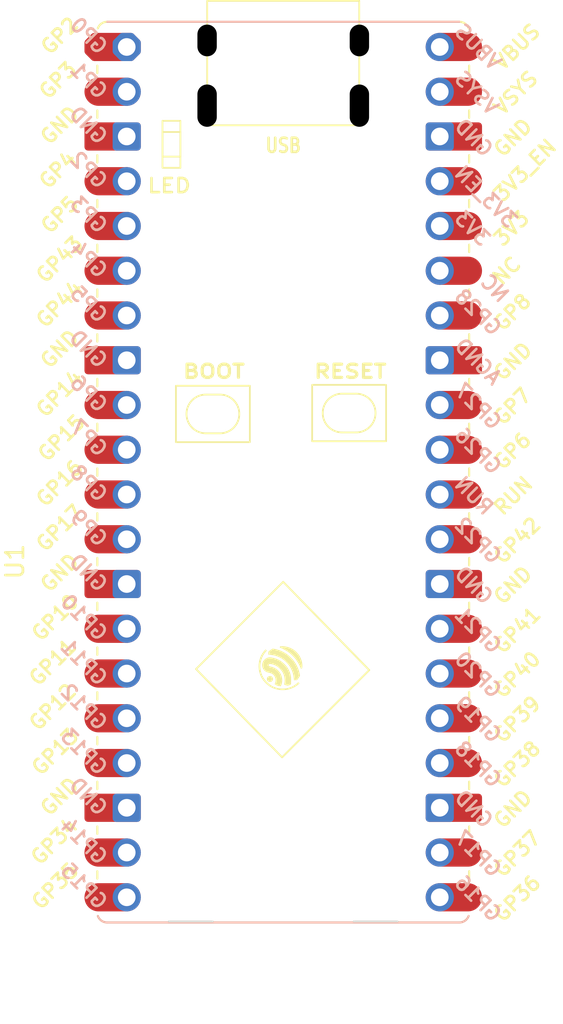
<source format=kicad_pcb>
(kicad_pcb (version 20240108) (generator "pcbnew") (generator_version "8.0")
  (layers (0 "F.Cu" signal) (31 "B.Cu" signal) (34 "B.Paste" user) (35 "F.Paste" user) (36 "B.SilkS" user "B.Silkscreen") (37 "F.SilkS" user "F.Silkscreen") (38 "B.Mask" user) (39 "F.Mask" user) (44 "Edge.Cuts" user))
  (net 0 "")
  (footprint "PorridgePi-Personal:ESP32-S2-Pico" (layer "F.Cu") (at 125.4 43.18)
    (property "Reference" "U1" (at -6.35 29.21 -90) (layer "F.SilkS"))
    (property "Value" "ESP-S2-Pico")
    (fp_line (start -1.11 -1.43) (end 18.89 -1.43) (stroke (width 0.12)) (layer "B.SilkS"))
    (fp_line (start -1.11 49.69) (end 18.89 49.69) (stroke (width 0.12)) (layer "B.SilkS"))
    (fp_arc (start -1.11 49.69) (mid -1.43349 49.588783) (end -1.64 49.32) (stroke (width 0.12)) (layer "B.SilkS"))
    (fp_arc (start 19.42 49.32) (mid 19.213497 49.588778) (end 18.89 49.69) (stroke (width 0.12)) (layer "B.SilkS"))
    (fp_line (start -1.67 1.06) (end -1.67 1.48) (stroke (width 0.12)) (layer "F.SilkS"))
    (fp_line (start -1.67 3.6) (end -1.67 4.02) (stroke (width 0.12)) (layer "F.SilkS"))
    (fp_line (start -1.67 6.14) (end -1.67 6.56) (stroke (width 0.12)) (layer "F.SilkS"))
    (fp_line (start -1.67 8.68) (end -1.67 9.1) (stroke (width 0.12)) (layer "F.SilkS"))
    (fp_line (start -1.67 11.22) (end -1.67 11.64) (stroke (width 0.12)) (layer "F.SilkS"))
    (fp_line (start -1.67 13.76) (end -1.67 14.18) (stroke (width 0.12)) (layer "F.SilkS"))
    (fp_line (start -1.67 16.3) (end -1.67 16.72) (stroke (width 0.12)) (layer "F.SilkS"))
    (fp_line (start -1.67 18.84) (end -1.67 19.26) (stroke (width 0.12)) (layer "F.SilkS"))
    (fp_line (start -1.67 21.38) (end -1.67 21.8) (stroke (width 0.12)) (layer "F.SilkS"))
    (fp_line (start -1.67 23.92) (end -1.67 24.34) (stroke (width 0.12)) (layer "F.SilkS"))
    (fp_line (start -1.67 26.46) (end -1.67 26.88) (stroke (width 0.12)) (layer "F.SilkS"))
    (fp_line (start -1.67 29) (end -1.67 29.42) (stroke (width 0.12)) (layer "F.SilkS"))
    (fp_line (start -1.67 31.54) (end -1.67 31.96) (stroke (width 0.12)) (layer "F.SilkS"))
    (fp_line (start -1.67 34.08) (end -1.67 34.5) (stroke (width 0.12)) (layer "F.SilkS"))
    (fp_line (start -1.67 36.62) (end -1.67 37.04) (stroke (width 0.12)) (layer "F.SilkS"))
    (fp_line (start -1.67 39.16) (end -1.67 39.58) (stroke (width 0.12)) (layer "F.SilkS"))
    (fp_line (start -1.67 41.7) (end -1.67 42.12) (stroke (width 0.12)) (layer "F.SilkS"))
    (fp_line (start -1.67 44.24) (end -1.67 44.66) (stroke (width 0.12)) (layer "F.SilkS"))
    (fp_line (start -1.67 46.78) (end -1.67 47.2) (stroke (width 0.12)) (layer "F.SilkS"))
    (fp_line (start -1.11 -1.43) (end 4.5212 -1.43) (stroke (width 0.12)) (layer "F.SilkS"))
    (fp_line (start -1.11 49.69) (end 18.89 49.69) (stroke (width 0.12)) (layer "F.SilkS"))
    (fp_line (start 3.937 35.306) (end 8.826082 40.315678) (stroke (width 0.1)) (layer "F.SilkS"))
    (fp_line (start 3.937 35.306) (end 8.886747 30.356253) (stroke (width 0.1)) (layer "F.SilkS"))
    (fp_line (start 4.494 19.728) (end 5.294 19.728) (stroke (width 0.1)) (layer "F.SilkS"))
    (fp_line (start 4.494 21.928) (end 5.294 21.928) (stroke (width 0.1)) (layer "F.SilkS"))
    (fp_line (start 8.826082 40.315678) (end 13.775829 35.365931) (stroke (width 0.1)) (layer "F.SilkS"))
    (fp_line (start 8.886747 30.356253) (end 13.775829 35.365931) (stroke (width 0.1)) (layer "F.SilkS"))
    (fp_line (start 12.232 19.677) (end 13.032 19.677) (stroke (width 0.1)) (layer "F.SilkS"))
    (fp_line (start 12.232 21.877) (end 13.032 21.877) (stroke (width 0.1)) (layer "F.SilkS"))
    (fp_line (start 18.89 -1.43) (end 13.2588 -1.43) (stroke (width 0.12)) (layer "F.SilkS"))
    (fp_line (start 19.45 1.06) (end 19.45 1.48) (stroke (width 0.12)) (layer "F.SilkS"))
    (fp_line (start 19.45 3.6) (end 19.45 4.02) (stroke (width 0.12)) (layer "F.SilkS"))
    (fp_line (start 19.45 6.14) (end 19.45 6.56) (stroke (width 0.12)) (layer "F.SilkS"))
    (fp_line (start 19.45 8.68) (end 19.45 9.1) (stroke (width 0.12)) (layer "F.SilkS"))
    (fp_line (start 19.45 11.22) (end 19.45 11.64) (stroke (width 0.12)) (layer "F.SilkS"))
    (fp_line (start 19.45 13.76) (end 19.45 14.18) (stroke (width 0.12)) (layer "F.SilkS"))
    (fp_line (start 19.45 16.3) (end 19.45 16.72) (stroke (width 0.12)) (layer "F.SilkS"))
    (fp_line (start 19.45 18.84) (end 19.45 19.26) (stroke (width 0.12)) (layer "F.SilkS"))
    (fp_line (start 19.45 21.38) (end 19.45 21.8) (stroke (width 0.12)) (layer "F.SilkS"))
    (fp_line (start 19.45 23.92) (end 19.45 24.34) (stroke (width 0.12)) (layer "F.SilkS"))
    (fp_line (start 19.45 26.46) (end 19.45 26.88) (stroke (width 0.12)) (layer "F.SilkS"))
    (fp_line (start 19.45 29) (end 19.45 29.42) (stroke (width 0.12)) (layer "F.SilkS"))
    (fp_line (start 19.45 31.54) (end 19.45 31.96) (stroke (width 0.12)) (layer "F.SilkS"))
    (fp_line (start 19.45 34.08) (end 19.45 34.5) (stroke (width 0.12)) (layer "F.SilkS"))
    (fp_line (start 19.45 36.62) (end 19.45 37.04) (stroke (width 0.12)) (layer "F.SilkS"))
    (fp_line (start 19.45 39.16) (end 19.45 39.58) (stroke (width 0.12)) (layer "F.SilkS"))
    (fp_line (start 19.45 41.7) (end 19.45 42.12) (stroke (width 0.12)) (layer "F.SilkS"))
    (fp_line (start 19.45 44.24) (end 19.45 44.66) (stroke (width 0.12)) (layer "F.SilkS"))
    (fp_line (start 19.45 46.78) (end 19.45 47.2) (stroke (width 0.12)) (layer "F.SilkS"))
    (fp_rect (start 2.032 4.191) (end 3.048 6.858) (stroke (width 0.1)) (fill none) (layer "F.SilkS"))
    (fp_rect (start 2.032 4.826) (end 3.048 6.223) (stroke (width 0.1)) (fill none) (layer "F.SilkS"))
    (fp_rect (start 2.794 19.228) (end 6.994 22.428) (stroke (width 0.1)) (fill none) (layer "F.SilkS"))
    (fp_rect (start 4.572 -2.6162) (end 13.208 4.445) (stroke (width 0.1)) (fill none) (layer "F.SilkS"))
    (fp_rect (start 10.532 19.177) (end 14.732 22.377) (stroke (width 0.1)) (fill none) (layer "F.SilkS"))
    (fp_arc (start -1.64 -1.06) (mid -1.433508 -1.328808) (end -1.11 -1.43) (stroke (width 0.12)) (layer "F.SilkS"))
    (fp_arc (start -1.11 49.69) (mid -1.433508 49.588809) (end -1.64 49.32) (stroke (width 0.12)) (layer "F.SilkS"))
    (fp_arc (start 4.494 21.928) (mid 3.394 20.828) (end 4.494 19.728) (stroke (width 0.1)) (layer "F.SilkS"))
    (fp_arc (start 5.294 19.728) (mid 6.394 20.828) (end 5.294 21.928) (stroke (width 0.1)) (layer "F.SilkS"))
    (fp_arc (start 12.232 21.877) (mid 11.132 20.777) (end 12.232 19.677) (stroke (width 0.1)) (layer "F.SilkS"))
    (fp_arc (start 13.032 19.677) (mid 14.132 20.777) (end 13.032 21.877) (stroke (width 0.1)) (layer "F.SilkS"))
    (fp_arc (start 18.89 -1.43) (mid 19.213529 -1.328823) (end 19.42 -1.06) (stroke (width 0.12)) (layer "F.SilkS"))
    (fp_arc (start 19.42 49.32) (mid 19.213497 49.588778) (end 18.89 49.69) (stroke (width 0.12)) (layer "F.SilkS"))
    (fp_poly (pts (xy 8.179462 35.70362) (xy 8.218165 35.718936) (xy 8.253119 35.747311) (xy 8.260908 35.75562) (xy 8.290144 35.799332) (xy 8.304588 35.847066) (xy 8.304605 35.895915) (xy 8.290562 35.94297) (xy 8.262823 35.985325) (xy 8.228203 36.015834) (xy 8.190105 36.033077) (xy 8.144529 36.040329) (xy 8.097492 36.037381) (xy 8.055008 36.024027) (xy 8.05094 36.021951) (xy 8.022704 36.0022) (xy 7.996209 35.976316) (xy 7.98844 35.966426) (xy 7.975082 35.945544) (xy 7.967531 35.926469) (xy 7.964185 35.903008) (xy 7.96344 35.869867) (xy 7.964224 35.836124) (xy 7.967645 35.812824) (xy 7.975305 35.793776) (xy 7.98844 35.773307) (xy 8.025357 35.734676) (xy 8.071121 35.709552) (xy 8.123242 35.699226) (xy 8.131685 35.699033)) (fill solid) (layer "F.SilkS"))
    (fp_poly (pts (xy 8.404088 34.161165) (xy 8.57188 34.203457) (xy 8.733104 34.260721) (xy 8.88698 34.3323) (xy 9.032724 34.417535) (xy 9.169556 34.515769) (xy 9.296694 34.626345) (xy 9.413355 34.748604) (xy 9.518758 34.881888) (xy 9.612121 35.02554) (xy 9.692662 35.178901) (xy 9.737704 35.283319) (xy 9.7566 35.334936) (xy 9.776061 35.394942) (xy 9.794889 35.458961) (xy 9.811883 35.522613) (xy 9.825841 35.581522) (xy 9.835565 35.631309) (xy 9.838323 35.650259) (xy 9.840411 35.670665) (xy 9.839841 35.686772) (xy 9.835145 35.702593) (xy 9.824853 35.722145) (xy 9.807495 35.749443) (xy 9.79528 35.767894) (xy 9.769336 35.805557) (xy 9.740997 35.844485) (xy 9.714879 35.87841) (xy 9.705107 35.890343) (xy 9.66344 35.939763) (xy 9.579251 35.940232) (xy 9.495062 35.9407) (xy 9.489478 35.854337) (xy 9.471399 35.700428) (xy 9.437759 35.551242) (xy 9.389213 35.407763) (xy 9.326412 35.27097) (xy 9.250009 35.141845) (xy 9.160656 35.021371) (xy 9.059006 34.910527) (xy 8.945712 34.810297) (xy 8.821426 34.72166) (xy 8.6868 34.6456) (xy 8.685332 34.64487) (xy 8.571677 34.593813) (xy 8.457964 34.554013) (xy 8.340192 34.524413) (xy 8.214362 34.503955) (xy 8.115243 34.494196) (xy 8.042046 34.488682) (xy 8.04441 34.404619) (xy 8.046774 34.320557) (xy 8.107867 34.269377) (xy 8.144812 34.240262) (xy 8.187204 34.209605) (xy 8.226954 34.183211) (xy 8.233793 34.179005) (xy 8.298626 34.139812)) (fill solid) (layer "F.SilkS"))
    (fp_poly (pts (xy 8.853521 34.009194) (xy 8.914422 34.0131) (xy 8.977626 34.019728) (xy 9.038487 34.028735) (xy 9.06344 34.033387) (xy 9.196154 34.0682) (xy 9.321486 34.117399) (xy 9.43858 34.180033) (xy 9.546582 34.255153) (xy 9.644633 34.341808) (xy 9.73188 34.439048) (xy 9.807465 34.545922) (xy 9.870532 34.66148) (xy 9.920227 34.784773) (xy 9.955693 34.914849) (xy 9.975643 35.046103) (xy 9.978653 35.143728) (xy 9.974291 35.196707) (xy 9.969633 35.230738) (xy 9.965213 35.252103) (xy 9.95923 35.264674) (xy 9.949887 35.272329) (xy 9.936264 35.278572) (xy 9.915976 35.286473) (xy 9.902816 35.290549) (xy 9.901562 35.2907) (xy 9.896137 35.283508) (xy 9.88642 35.264266) (xy 9.874114 35.236474) (xy 9.868119 35.22195) (xy 9.810521 35.093854) (xy 9.741385 34.964549) (xy 9.664092 34.839873) (xy 9.582022 34.725664) (xy 9.577508 34.719892) (xy 9.546721 34.683278) (xy 9.50653 34.639246) (xy 9.459969 34.59079) (xy 9.41007 34.540903) (xy 9.359867 34.492579) (xy 9.312392 34.44881) (xy 9.270679 34.412589) (xy 9.246774 34.393511) (xy 9.11875 34.30366) (xy 8.985767 34.223388) (xy 8.85179 34.154961) (xy 8.761357 34.116043) (xy 8.730818 34.103498) (xy 8.707246 34.092948) (xy 8.694149 34.086005) (xy 8.692607 34.08448) (xy 8.694788 34.074439) (xy 8.700215 34.054828) (xy 8.702124 34.048368) (xy 8.708595 34.030009) (xy 8.717204 34.019833) (xy 8.732937 34.014449) (xy 8.757213 34.010909) (xy 8.79957 34.00835)) (fill solid) (layer "F.SilkS"))
    (fp_poly (pts (xy 7.920635 34.223215) (xy 7.958316 34.259897) (xy 7.908463 34.314882) (xy 7.823926 34.420049) (xy 7.751152 34.535232) (xy 7.690839 34.658352) (xy 7.643688 34.787334) (xy 7.6104 34.920098) (xy 7.591673 35.054568) (xy 7.588209 35.188667) (xy 7.592263 35.253271) (xy 7.613118 35.399654) (xy 7.647824 35.537063) (xy 7.696798 35.666383) (xy 7.760453 35.788502) (xy 7.839205 35.904305) (xy 7.933469 36.014679) (xy 7.963137 36.04517) (xy 8.072037 36.143541) (xy 8.186998 36.226593) (xy 8.309088 36.294904) (xy 8.439376 36.349057) (xy 8.57893 36.389631) (xy 8.609274 36.39643) (xy 8.65397 36.403377) (xy 8.711109 36.408381) (xy 8.776691 36.411448) (xy 8.846715 36.41258) (xy 8.917184 36.411783) (xy 8.984096 36.40906) (xy 9.043452 36.404416) (xy 9.091252 36.397854) (xy 9.10094 36.395913) (xy 9.24304 36.357257) (xy 9.375998 36.305001) (xy 9.501223 36.23845) (xy 9.620124 36.156906) (xy 9.676763 36.111044) (xy 9.748419 36.05) (xy 9.783169 36.085408) (xy 9.817919 36.120816) (xy 9.757346 36.173074) (xy 9.638382 36.264909) (xy 9.511452 36.342359) (xy 9.377489 36.405129) (xy 9.237426 36.452927) (xy 9.092195 36.485459) (xy 8.94273 36.502431) (xy 8.789964 36.503549) (xy 8.721774 36.498928) (xy 8.583302 36.47873) (xy 8.44505 36.44386) (xy 8.311871 36.395658) (xy 8.255887 36.370453) (xy 8.136825 36.304645) (xy 8.022631 36.224563) (xy 7.915389 36.132293) (xy 7.817184 36.029915) (xy 7.730101 35.919514) (xy 7.656226 35.803172) (xy 7.621812 35.737056) (xy 7.564343 35.598459) (xy 7.522792 35.456099) (xy 7.497164 35.311164) (xy 7.487462 35.164842) (xy 7.493691 35.018319) (xy 7.515855 34.872785) (xy 7.553957 34.729427) (xy 7.608002 34.589433) (xy 7.617818 34.568087) (xy 7.647583 34.507963) (xy 7.678542 34.452666) (xy 7.712901 34.398953) (xy 7.752869 34.343582) (xy 7.800652 34.283312) (xy 7.857767 34.2157) (xy 7.882954 34.186533)) (fill solid) (layer "F.SilkS"))
    (fp_poly (pts (xy 8.1876 34.646388) (xy 8.267276 34.657903) (xy 8.307571 34.665795) (xy 8.448 34.703278) (xy 8.581098 34.755608) (xy 8.707137 34.822935) (xy 8.826395 34.905411) (xy 8.939144 35.003186) (xy 8.959827 35.023479) (xy 9.050682 35.122209) (xy 9.126975 35.222917) (xy 9.190761 35.328853) (xy 9.244096 35.443263) (xy 9.271208 35.515228) (xy 9.2946 35.586619) (xy 9.312054 35.651026) (xy 9.324338 35.713213) (xy 9.33222 35.777944) (xy 9.336469 35.849982) (xy 9.337836 35.9282) (xy 9.337663 35.981723) (xy 9.336813 36.032996) (xy 9.335397 36.078312) (xy 9.333528 36.11397) (xy 9.331572 36.134596) (xy 9.326721 36.162449) (xy 9.320099 36.179145) (xy 9.308492 36.190126) (xy 9.294072 36.198148) (xy 9.270391 36.208595) (xy 9.237801 36.221069) (xy 9.203509 36.232819) (xy 9.143579 36.252001) (xy 9.043093 36.224168) (xy 9.004987 36.212925) (xy 8.973565 36.202343) (xy 8.951877 36.193546) (xy 8.942973 36.187657) (xy 8.942904 36.187267) (xy 8.944899 36.174806) (xy 8.94978 36.151643) (xy 8.955208 36.1282) (xy 8.969572 36.041392) (xy 8.973891 35.945999) (xy 8.968349 35.846592) (xy 8.953133 35.747742) (xy 8.937123 35.682367) (xy 8.89744 35.573298) (xy 8.843006 35.468997) (xy 8.775469 35.371316) (xy 8.696478 35.282107) (xy 8.607682 35.203221) (xy 8.510731 35.13651) (xy 8.407273 35.083825) (xy 8.402181 35.081685) (xy 8.353721 35.063502) (xy 8.300261 35.046721) (xy 8.246369 35.032498) (xy 8.196614 35.021987) (xy 8.155565 35.016344) (xy 8.14116 35.0157) (xy 8.103038 35.021609) (xy 8.076055 35.038608) (xy 8.061506 35.065604) (xy 8.059274 35.084702) (xy 8.063164 35.109495) (xy 8.076164 35.128852) (xy 8.10027 35.144141) (xy 8.137476 35.156732) (xy 8.177248 35.165633) (xy 8.290515 35.195773) (xy 8.396186 35.240248) (xy 8.493222 35.298279) (xy 8.580586 35.369086) (xy 8.657238 35.45189) (xy 8.722142 35.54591) (xy 8.748853 35.594867) (xy 8.780641 35.66963) (xy 8.805789 35.752186) (xy 8.823245 35.837411) (xy 8.831957 35.920181) (xy 8.830922 35.994867) (xy 8.82365 36.048561) (xy 8.811605 36.107944) (xy 8.796359 36.166602) (xy 8.779483 36.218127) (xy 8.771187 36.238617) (xy 8.759751 36.263237) (xy 8.750322 36.276157) (xy 8.738251 36.280957) (xy 8.718888 36.281217) (xy 8.715982 36.281118) (xy 8.686552 36.279466) (xy 8.659505 36.276974) (xy 8.655107 36.276412) (xy 8.575565 36.258206) (xy 8.500224 36.225546) (xy 8.467466 36.206268) (xy 8.438665 36.18721) (xy 8.416145 36.170837) (xy 8.403023 36.159493) (xy 8.40094 36.156239) (xy 8.405079 36.143908) (xy 8.412818 36.12999) (xy 8.432784 36.088755) (xy 8.448024 36.036754) (xy 8.45719 35.979542) (xy 8.459274 35.938309) (xy 8.452332 35.855071) (xy 8.431103 35.77974) (xy 8.39498 35.710701) (xy 8.353748 35.657573) (xy 8.314221 35.617928) (xy 8.272699 35.586105) (xy 8.226017 35.560558) (xy 8.171011 35.539746) (xy 8.104517 35.522125) (xy 8.055107 35.51193) (xy 7.973858 35.48869) (xy 7.901496 35.452529) (xy 7.838806 35.405093) (xy 7.786574 35.348025) (xy 7.745585 35.282972) (xy 7.716624 35.211577) (xy 7.700477 35.135486) (xy 7.697928 35.056343) (xy 7.709765 34.975793) (xy 7.736771 34.895481) (xy 7.748684 34.870222) (xy 7.773815 34.831135) (xy 7.809656 34.789057) (xy 7.851865 34.748154) (xy 7.896098 34.712589) (xy 7.938014 34.686526) (xy 7.942607 34.68427) (xy 7.998697 34.66191) (xy 8.05626 34.648243) (xy 8.118245 34.643119)) (fill solid) (layer "F.SilkS"))
    (fp_line (start 2.39 49.63) (end 4.89 49.63) (stroke (width 0.1)) (layer "Edge.Cuts"))
    (fp_line (start 15.39 49.63) (end 12.89 49.63) (stroke (width 0.1)) (layer "Edge.Cuts"))
    (fp_text user "GP1" (at -2.159 1.895 -45) (layer "B.SilkS") (effects (font (size 0.8 0.8)) (justify mirror)))
    (fp_text user "GND" (at -2.185937 29.845 -45) (layer "B.SilkS") (effects (font (size 0.8 0.8)) (justify mirror)))
    (fp_text user "GP6" (at -2.159 19.685 -45) (layer "B.SilkS") (effects (font (size 0.8 0.8)) (justify mirror)))
    (fp_text user "GP26" (at 19.952469 22.93 -45) (layer "B.SilkS") (effects (font (size 0.8 0.8)) (justify mirror)))
    (fp_text user "GND" (at 19.710032 30.55 -45) (layer "B.SilkS") (effects (font (size 0.8 0.8)) (justify mirror)))
    (fp_text user "3V3" (at 19.62922 10.3 -45) (layer "B.SilkS") (effects (font (size 0.8 0.8)) (justify mirror)))
    (fp_text user "GP2" (at -2.159 6.985 -45) (layer "B.SilkS") (effects (font (size 0.8 0.8)) (justify mirror)))
    (fp_text user "GP7" (at -2.159 22.195 -45) (layer "B.SilkS") (effects (font (size 0.8 0.8)) (justify mirror)))
    (fp_text user "GP9" (at -2.159 27.305 -45) (layer "B.SilkS") (effects (font (size 0.8 0.8)) (justify mirror)))
    (fp_text user "GP5" (at -2.159 14.605 -45) (layer "B.SilkS") (effects (font (size 0.8 0.8)) (justify mirror)))
    (fp_text user "VBUS" (at 19.939 0 -45) (layer "B.SilkS") (effects (font (size 0.8 0.8)) (justify mirror)))
    (fp_text user "GP17" (at 19.952469 45.79 -45) (layer "B.SilkS") (effects (font (size 0.8 0.8)) (justify mirror)))
    (fp_text user "GP19" (at 19.952469 38.17 -45) (layer "B.SilkS") (effects (font (size 0.8 0.8)) (justify mirror)))
    (fp_text user "GND" (at 19.710032 5.15 -45) (layer "B.SilkS") (effects (font (size 0.8 0.8)) (justify mirror)))
    (fp_text user "GND" (at -2.185937 4.445 -45) (layer "B.SilkS") (effects (font (size 0.8 0.8)) (justify mirror)))
    (fp_text user "GP15" (at -2.428374 47.625 -45) (layer "B.SilkS") (effects (font (size 0.8 0.8)) (justify mirror)))
    (fp_text user "GND" (at 19.710032 43.25 -45) (layer "B.SilkS") (effects (font (size 0.8 0.8)) (justify mirror)))
    (fp_text user "GP13" (at -2.428374 40.005 -45) (layer "B.SilkS") (effects (font (size 0.8 0.8)) (justify mirror)))
    (fp_text user "GP14" (at -2.428374 45.085 -45) (layer "B.SilkS") (effects (font (size 0.8 0.8)) (justify mirror)))
    (fp_text user "GP28" (at 19.952469 15.056 -45) (layer "B.SilkS") (effects (font (size 0.8 0.8)) (justify mirror)))
    (fp_text user "GP18" (at 19.952469 40.71 -45) (layer "B.SilkS") (effects (font (size 0.8 0.8)) (justify mirror)))
    (fp_text user "NC" (at 20.895278 13.7 -45) (layer "B.SilkS") (effects (font (size 0.8 0.8)) (justify mirror)))
    (fp_text user "GP16" (at 19.952469 48.33 -45) (layer "B.SilkS") (effects (font (size 0.8 0.8)) (justify mirror)))
    (fp_text user "GND" (at -2.185937 42.545 -45) (layer "B.SilkS") (effects (font (size 0.8 0.8)) (justify mirror)))
    (fp_text user "GP0" (at -2.159 -0.635 -45) (layer "B.SilkS") (effects (font (size 0.8 0.8)) (justify mirror)))
    (fp_text user "GP22" (at 19.952469 28.01 -45) (layer "B.SilkS") (effects (font (size 0.8 0.8)) (justify mirror)))
    (fp_text user "GP4" (at -2.159 12.065 -45) (layer "B.SilkS") (effects (font (size 0.8 0.8)) (justify mirror)))
    (fp_text user "GP27" (at 19.952469 20.4 -45) (layer "B.SilkS") (effects (font (size 0.8 0.8)) (justify mirror)))
    (fp_text user "GP20" (at 19.952469 35.63 -45) (layer "B.SilkS") (effects (font (size 0.8 0.8)) (justify mirror)))
    (fp_text user "AGND" (at 19.952468 17.85 -45) (layer "B.SilkS") (effects (font (size 0.8 0.8)) (justify mirror)))
    (fp_text user "GP21" (at 19.952469 33.1 -45) (layer "B.SilkS") (effects (font (size 0.8 0.8)) (justify mirror)))
    (fp_text user "GP11" (at -2.428374 34.925 -45) (layer "B.SilkS") (effects (font (size 0.8 0.8)) (justify mirror)))
    (fp_text user "GP10" (at -2.428374 32.385 -45) (layer "B.SilkS") (effects (font (size 0.8 0.8)) (justify mirror)))
    (fp_text user "GP3" (at -2.159 9.525 -45) (layer "B.SilkS") (effects (font (size 0.8 0.8)) (justify mirror)))
    (fp_text user "RUN" (at 19.723501 25.47 -45) (layer "B.SilkS") (effects (font (size 0.8 0.8)) (justify mirror)))
    (fp_text user "GND" (at -2.185937 17.145 -45) (layer "B.SilkS") (effects (font (size 0.8 0.8)) (justify mirror)))
    (fp_text user "3V3_EN" (at 20.396936 8.5 -45) (layer "B.SilkS") (effects (font (size 0.8 0.8)) (justify mirror)))
    (fp_text user "GP12" (at -2.428374 37.465 -45) (layer "B.SilkS") (effects (font (size 0.8 0.8)) (justify mirror)))
    (fp_text user "VSYS" (at 19.871657 2.61 -45) (layer "B.SilkS") (effects (font (size 0.8 0.8)) (justify mirror)))
    (fp_text user "GP8" (at -2.159 24.765 -45) (layer "B.SilkS") (effects (font (size 0.8 0.8)) (justify mirror)))
    (fp_text user "GP43" (at -3.81 12.065 45) (layer "F.SilkS") (effects (font (size 0.8 0.8))))
    (fp_text user "GND" (at 21.938096 43.25 45) (layer "F.SilkS") (effects (font (size 0.8 0.8))))
    (fp_text user "GP34" (at -4.11 45.085 45) (layer "F.SilkS") (effects (font (size 0.8 0.8))))
    (fp_text user "GP17" (at -3.81 27.305 45) (layer "F.SilkS") (effects (font (size 0.8 0.8))))
    (fp_text user "3V3_EN" (at 22.625 7 45) (layer "F.SilkS") (effects (font (size 0.8 0.8))))
    (fp_text user "GP8" (at 21.911158 15.056 45) (layer "F.SilkS") (effects (font (size 0.8 0.8))))
    (fp_text user "GP3" (at -3.91 1.895 45) (layer "F.SilkS") (effects (font (size 0.8 0.8))))
    (fp_text user "GP13" (at -4.064 40.005 45) (layer "F.SilkS") (effects (font (size 0.8 0.8))))
    (fp_text user "GP41" (at 22.180533 33.1 45) (layer "F.SilkS") (effects (font (size 0.8 0.8))))
    (fp_text user "LED" (at 2.413 7.874 0) (layer "F.SilkS") (effects (font (size 0.8 0.9))))
    (fp_text user "GND" (at -3.81 4.445 45) (layer "F.SilkS") (effects (font (size 0.8 0.8))))
    (fp_text user "GP42" (at 22.180533 28.01 45) (layer "F.SilkS") (effects (font (size 0.8 0.8))))
    (fp_text user "GP5" (at -3.81 9.525 45) (layer "F.SilkS") (effects (font (size 0.8 0.8))))
    (fp_text user "GP15" (at -3.71 22.195 45) (layer "F.SilkS") (effects (font (size 0.8 0.8))))
    (fp_text user "GP36" (at 22.180533 48.33 45) (layer "F.SilkS") (effects (font (size 0.8 0.8))))
    (fp_text user "GP4" (at -3.91 6.985 45) (layer "F.SilkS") (effects (font (size 0.8 0.8))))
    (fp_text user "GND" (at -3.81 42.545 45) (layer "F.SilkS") (effects (font (size 0.8 0.8))))
    (fp_text user "BOOT" (at 4.953 18.415 0) (layer "F.SilkS") (effects (font (size 0.75 0.9) (thickness 0.18))))
    (fp_text user "GND" (at -3.81 17.145 45) (layer "F.SilkS") (effects (font (size 0.8 0.8))))
    (fp_text user "VSYS" (at 22.099721 2.61 45) (layer "F.SilkS") (effects (font (size 0.8 0.8))))
    (fp_text user "GP44" (at -3.81 14.605 45) (layer "F.SilkS") (effects (font (size 0.8 0.8))))
    (fp_text user "GP39" (at 22.180533 38.17 45) (layer "F.SilkS") (effects (font (size 0.8 0.8))))
    (fp_text user "GP35" (at -4.064 47.625 45) (layer "F.SilkS") (effects (font (size 0.8 0.8))))
    (fp_text user "GP37" (at 22.180533 45.79 45) (layer "F.SilkS") (effects (font (size 0.8 0.8))))
    (fp_text user "GP7" (at 21.911158 20.4 45) (layer "F.SilkS") (effects (font (size 0.8 0.8))))
    (fp_text user "GP16" (at -3.81 24.765 45) (layer "F.SilkS") (effects (font (size 0.8 0.8))))
    (fp_text user "GND" (at -3.81 29.845 45) (layer "F.SilkS") (effects (font (size 0.8 0.8))))
    (fp_text user "GND" (at 21.938096 17.85 45) (layer "F.SilkS") (effects (font (size 0.8 0.8))))
    (fp_text user "GP11" (at -4.21 34.925 45) (layer "F.SilkS") (effects (font (size 0.8 0.8))))
    (fp_text user "GP2" (at -3.81 -0.635 45) (layer "F.SilkS") (effects (font (size 0.8 0.8))))
    (fp_text user "3V3" (at 21.857284 10.3 45) (layer "F.SilkS") (effects (font (size 0.8 0.8))))
    (fp_text user "GP38" (at 22.180533 40.71 45) (layer "F.SilkS") (effects (font (size 0.8 0.8))))
    (fp_text user "GP40" (at 22.180533 35.63 45) (layer "F.SilkS") (effects (font (size 0.8 0.8))))
    (fp_text user "GP12" (at -4.21 37.465 45) (layer "F.SilkS") (effects (font (size 0.8 0.8))))
    (fp_text user "GP10" (at -4.064 32.385 45) (layer "F.SilkS") (effects (font (size 0.8 0.8))))
    (fp_text user "GP14" (at -3.81 19.685 45) (layer "F.SilkS") (effects (font (size 0.8 0.8))))
    (fp_text user "RUN" (at 21.951565 25.47 45) (layer "F.SilkS") (effects (font (size 0.8 0.8))))
    (fp_text user "GND" (at 21.938096 30.55 45) (layer "F.SilkS") (effects (font (size 0.8 0.8))))
    (fp_text user "VBUS" (at 22.167064 0 45) (layer "F.SilkS") (effects (font (size 0.8 0.8))))
    (fp_text user "RESET" (at 12.7 18.415 0) (layer "F.SilkS") (effects (font (size 0.75 0.9) (thickness 0.18))))
    (fp_text user "GND" (at 21.938096 5.15 45) (layer "F.SilkS") (effects (font (size 0.8 0.8))))
    (fp_text user "NC" (at 21.59 12.7 45) (layer "F.SilkS") (effects (font (size 0.8 0.8))))
    (fp_text user "USB" (at 8.89 5.588 0) (layer "F.SilkS") (effects (font (size 0.8 0.66))))
    (fp_text user "GP6" (at 21.911158 22.93 45) (layer "F.SilkS") (effects (font (size 0.8 0.8))))
    (pad "" np_thru_hole oval (at 4.565 -0.37) (size 1.1 1.8) (drill oval 1.1 1.8) (layers "*.Mask"))
    (pad "" np_thru_hole oval (at 4.565 3.33) (size 1.1 2.4) (drill oval 1.1 2.4) (layers "*.Mask"))
    (pad "" np_thru_hole oval (at 13.215 -0.37) (size 1.1 1.8) (drill oval 1.1 1.8) (layers "*.Mask"))
    (pad "" np_thru_hole oval (at 13.215 3.33) (size 1.1 2.4) (drill oval 1.1 2.4) (layers "*.Mask"))
    (pad "1" smd custom (at -1.6 0) (size 1.6 1.6) (layers "F.Cu" "F.Mask") (options (clearance convexhull) (anchor circle)) (primitives (gr_poly (pts (xy 2.2 0.248529) (xy 1.848529 0.6) (xy -0.248529 0.6) (xy -0.6 0.248529) (xy -0.6 -0.248529) (xy -0.248529 -0.6) (xy 1.848529 -0.6) (xy 2.2 -0.248529)) (width 0.4) (fill yes))))
    (pad "1" thru_hole custom (at 0 0) (size 1.6 1.6) (drill 1) (layers "*.Cu" "*.Mask") (options (clearance convexhull) (anchor circle)) (primitives (gr_poly (pts (xy 0.6 0.248529) (xy 0.248529 0.6) (xy -0.248529 0.6) (xy -0.6 0.248529) (xy -0.6 -0.248529) (xy -0.248529 -0.6) (xy 0.248529 -0.6) (xy 0.6 -0.248529)) (width 0.4) (fill yes))))
    (pad "2" smd oval (at -1.6 2.54) (size 3.2 1.6) (drill (offset 0.8 0)) (layers "F.Cu" "F.Mask"))
    (pad "2" thru_hole circle (at 0 2.54) (size 1.6 1.6) (drill 1) (layers "*.Cu" "*.Mask"))
    (pad "3" smd roundrect (at -1.6 5.08) (size 3.2 1.6) (drill (offset 0.8 0)) (layers "F.Cu" "F.Mask") (roundrect_rratio 0.125))
    (pad "3" thru_hole roundrect (at 0 5.08) (size 1.6 1.6) (drill 1) (layers "*.Cu" "*.Mask") (roundrect_rratio 0.125))
    (pad "4" smd oval (at -1.6 7.62) (size 3.2 1.6) (drill (offset 0.8 0)) (layers "F.Cu" "F.Mask"))
    (pad "4" thru_hole circle (at 0 7.62) (size 1.6 1.6) (drill 1) (layers "*.Cu" "*.Mask"))
    (pad "5" smd oval (at -1.6 10.16) (size 3.2 1.6) (drill (offset 0.8 0)) (layers "F.Cu" "F.Mask"))
    (pad "5" thru_hole circle (at 0 10.16) (size 1.6 1.6) (drill 1) (layers "*.Cu" "*.Mask"))
    (pad "6" smd oval (at -1.6 12.7) (size 3.2 1.6) (drill (offset 0.8 0)) (layers "F.Cu" "F.Mask"))
    (pad "6" thru_hole circle (at 0 12.7) (size 1.6 1.6) (drill 1) (layers "*.Cu" "*.Mask"))
    (pad "7" smd oval (at -1.6 15.24) (size 3.2 1.6) (drill (offset 0.8 0)) (layers "F.Cu" "F.Mask"))
    (pad "7" thru_hole circle (at 0 15.24) (size 1.6 1.6) (drill 1) (layers "*.Cu" "*.Mask"))
    (pad "8" smd roundrect (at -1.6 17.78) (size 3.2 1.6) (drill (offset 0.8 0)) (layers "F.Cu" "F.Mask") (roundrect_rratio 0.125))
    (pad "8" thru_hole roundrect (at 0 17.78) (size 1.6 1.6) (drill 1) (layers "*.Cu" "*.Mask") (roundrect_rratio 0.125))
    (pad "9" smd oval (at -1.6 20.32) (size 3.2 1.6) (drill (offset 0.8 0)) (layers "F.Cu" "F.Mask"))
    (pad "9" thru_hole circle (at 0 20.32) (size 1.6 1.6) (drill 1) (layers "*.Cu" "*.Mask"))
    (pad "10" smd oval (at -1.6 22.86) (size 3.2 1.6) (drill (offset 0.8 0)) (layers "F.Cu" "F.Mask"))
    (pad "10" thru_hole circle (at 0 22.86) (size 1.6 1.6) (drill 1) (layers "*.Cu" "*.Mask"))
    (pad "11" smd oval (at -1.6 25.4) (size 3.2 1.6) (drill (offset 0.8 0)) (layers "F.Cu" "F.Mask"))
    (pad "11" thru_hole circle (at 0 25.4) (size 1.6 1.6) (drill 1) (layers "*.Cu" "*.Mask"))
    (pad "12" smd oval (at -1.6 27.94) (size 3.2 1.6) (drill (offset 0.8 0)) (layers "F.Cu" "F.Mask"))
    (pad "12" thru_hole circle (at 0 27.94) (size 1.6 1.6) (drill 1) (layers "*.Cu" "*.Mask"))
    (pad "13" smd roundrect (at -1.6 30.48) (size 3.2 1.6) (drill (offset 0.8 0)) (layers "F.Cu" "F.Mask") (roundrect_rratio 0.125))
    (pad "13" thru_hole roundrect (at 0 30.48) (size 1.6 1.6) (drill 1) (layers "*.Cu" "*.Mask") (roundrect_rratio 0.125))
    (pad "14" smd oval (at -1.6 33.02) (size 3.2 1.6) (drill (offset 0.8 0)) (layers "F.Cu" "F.Mask"))
    (pad "14" thru_hole circle (at 0 33.02) (size 1.6 1.6) (drill 1) (layers "*.Cu" "*.Mask"))
    (pad "15" smd oval (at -1.6 35.56) (size 3.2 1.6) (drill (offset 0.8 0)) (layers "F.Cu" "F.Mask"))
    (pad "15" thru_hole circle (at 0 35.56) (size 1.6 1.6) (drill 1) (layers "*.Cu" "*.Mask"))
    (pad "16" smd oval (at -1.6 38.1) (size 3.2 1.6) (drill (offset 0.8 0)) (layers "F.Cu" "F.Mask"))
    (pad "16" thru_hole circle (at 0 38.1) (size 1.6 1.6) (drill 1) (layers "*.Cu" "*.Mask"))
    (pad "17" smd oval (at -1.6 40.64) (size 3.2 1.6) (drill (offset 0.8 0)) (layers "F.Cu" "F.Mask"))
    (pad "17" thru_hole circle (at 0 40.64) (size 1.6 1.6) (drill 1) (layers "*.Cu" "*.Mask"))
    (pad "18" smd roundrect (at -1.6 43.18) (size 3.2 1.6) (drill (offset 0.8 0)) (layers "F.Cu" "F.Mask") (roundrect_rratio 0.125))
    (pad "18" thru_hole roundrect (at 0 43.18) (size 1.6 1.6) (drill 1) (layers "*.Cu" "*.Mask") (roundrect_rratio 0.125))
    (pad "19" smd oval (at -1.6 45.72) (size 3.2 1.6) (drill (offset 0.8 0)) (layers "F.Cu" "F.Mask"))
    (pad "19" thru_hole circle (at 0 45.72) (size 1.6 1.6) (drill 1) (layers "*.Cu" "*.Mask"))
    (pad "20" smd oval (at -1.6 48.26) (size 3.2 1.6) (drill (offset 0.8 0)) (layers "F.Cu" "F.Mask"))
    (pad "20" thru_hole circle (at 0 48.26) (size 1.6 1.6) (drill 1) (layers "*.Cu" "*.Mask"))
    (pad "21" thru_hole circle (at 17.78 48.26) (size 1.6 1.6) (drill 1) (layers "*.Cu" "*.Mask"))
    (pad "21" smd oval (at 19.38 48.26) (size 3.2 1.6) (drill (offset -0.8 0)) (layers "F.Cu" "F.Mask"))
    (pad "22" thru_hole circle (at 17.78 45.72) (size 1.6 1.6) (drill 1) (layers "*.Cu" "*.Mask"))
    (pad "22" smd oval (at 19.38 45.72) (size 3.2 1.6) (drill (offset -0.8 0)) (layers "F.Cu" "F.Mask"))
    (pad "23" thru_hole roundrect (at 17.78 43.18) (size 1.6 1.6) (drill 1) (layers "*.Cu" "*.Mask") (roundrect_rratio 0.125))
    (pad "23" smd roundrect (at 19.38 43.18) (size 3.2 1.6) (drill (offset -0.8 0)) (layers "F.Cu" "F.Mask") (roundrect_rratio 0.125))
    (pad "24" thru_hole circle (at 17.78 40.64) (size 1.6 1.6) (drill 1) (layers "*.Cu" "*.Mask"))
    (pad "24" smd oval (at 19.38 40.64) (size 3.2 1.6) (drill (offset -0.8 0)) (layers "F.Cu" "F.Mask"))
    (pad "25" thru_hole circle (at 17.78 38.1) (size 1.6 1.6) (drill 1) (layers "*.Cu" "*.Mask"))
    (pad "25" smd oval (at 19.38 38.1) (size 3.2 1.6) (drill (offset -0.8 0)) (layers "F.Cu" "F.Mask"))
    (pad "26" thru_hole circle (at 17.78 35.56) (size 1.6 1.6) (drill 1) (layers "*.Cu" "*.Mask"))
    (pad "26" smd oval (at 19.38 35.56) (size 3.2 1.6) (drill (offset -0.8 0)) (layers "F.Cu" "F.Mask"))
    (pad "27" thru_hole circle (at 17.78 33.02) (size 1.6 1.6) (drill 1) (layers "*.Cu" "*.Mask"))
    (pad "27" smd oval (at 19.38 33.02) (size 3.2 1.6) (drill (offset -0.8 0)) (layers "F.Cu" "F.Mask"))
    (pad "28" thru_hole roundrect (at 17.78 30.48) (size 1.6 1.6) (drill 1) (layers "*.Cu" "*.Mask") (roundrect_rratio 0.125))
    (pad "28" smd roundrect (at 19.38 30.48) (size 3.2 1.6) (drill (offset -0.8 0)) (layers "F.Cu" "F.Mask") (roundrect_rratio 0.125))
    (pad "29" thru_hole circle (at 17.78 27.94) (size 1.6 1.6) (drill 1) (layers "*.Cu" "*.Mask"))
    (pad "29" smd oval (at 19.38 27.94) (size 3.2 1.6) (drill (offset -0.8 0)) (layers "F.Cu" "F.Mask"))
    (pad "30" thru_hole circle (at 17.78 25.4) (size 1.6 1.6) (drill 1) (layers "*.Cu" "*.Mask"))
    (pad "30" smd oval (at 19.38 25.4) (size 3.2 1.6) (drill (offset -0.8 0)) (layers "F.Cu" "F.Mask"))
    (pad "31" thru_hole circle (at 17.78 22.86) (size 1.6 1.6) (drill 1) (layers "*.Cu" "*.Mask"))
    (pad "31" smd oval (at 19.38 22.86) (size 3.2 1.6) (drill (offset -0.8 0)) (layers "F.Cu" "F.Mask"))
    (pad "32" thru_hole circle (at 17.78 20.32) (size 1.6 1.6) (drill 1) (layers "*.Cu" "*.Mask"))
    (pad "32" smd oval (at 19.38 20.32) (size 3.2 1.6) (drill (offset -0.8 0)) (layers "F.Cu" "F.Mask"))
    (pad "33" thru_hole roundrect (at 17.78 17.78) (size 1.6 1.6) (drill 1) (layers "*.Cu" "*.Mask") (roundrect_rratio 0.125))
    (pad "33" smd roundrect (at 19.38 17.78) (size 3.2 1.6) (drill (offset -0.8 0)) (layers "F.Cu" "F.Mask") (roundrect_rratio 0.125))
    (pad "34" thru_hole circle (at 17.78 15.24) (size 1.6 1.6) (drill 1) (layers "*.Cu" "*.Mask"))
    (pad "34" smd oval (at 19.38 15.24) (size 3.2 1.6) (drill (offset -0.8 0)) (layers "F.Cu" "F.Mask"))
    (pad "35" thru_hole circle (at 17.78 12.7) (size 1.6 1.6) (drill 1) (layers "*.Cu" "*.Mask"))
    (pad "35" smd oval (at 19.38 12.7) (size 3.2 1.6) (drill (offset -0.8 0)) (layers "F.Cu" "F.Mask"))
    (pad "36" thru_hole circle (at 17.78 10.16) (size 1.6 1.6) (drill 1) (layers "*.Cu" "*.Mask"))
    (pad "36" smd oval (at 19.38 10.16) (size 3.2 1.6) (drill (offset -0.8 0)) (layers "F.Cu" "F.Mask"))
    (pad "37" thru_hole circle (at 17.78 7.62) (size 1.6 1.6) (drill 1) (layers "*.Cu" "*.Mask"))
    (pad "37" smd oval (at 19.38 7.62) (size 3.2 1.6) (drill (offset -0.8 0)) (layers "F.Cu" "F.Mask"))
    (pad "38" thru_hole roundrect (at 17.78 5.08) (size 1.6 1.6) (drill 1) (layers "*.Cu" "*.Mask") (roundrect_rratio 0.125))
    (pad "38" smd roundrect (at 19.38 5.08) (size 3.2 1.6) (drill (offset -0.8 0)) (layers "F.Cu" "F.Mask") (roundrect_rratio 0.125))
    (pad "39" thru_hole circle (at 17.78 2.54) (size 1.6 1.6) (drill 1) (layers "*.Cu" "*.Mask"))
    (pad "39" smd oval (at 19.38 2.54) (size 3.2 1.6) (drill (offset -0.8 0)) (layers "F.Cu" "F.Mask"))
    (pad "40" thru_hole circle (at 17.78 0) (size 1.6 1.6) (drill 1) (layers "*.Cu" "*.Mask"))
    (pad "40" smd oval (at 19.38 0) (size 3.2 1.6) (drill (offset -0.8 0)) (layers "F.Cu" "F.Mask"))
  )
)
</source>
